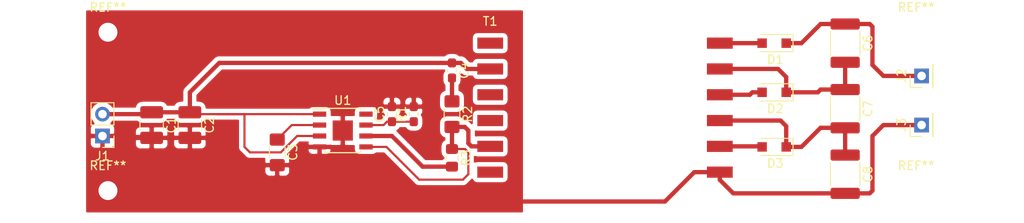
<source format=kicad_pcb>
(kicad_pcb (version 20171130) (host pcbnew "(5.0.1)-4")

  (general
    (thickness 1.6)
    (drawings 4)
    (tracks 87)
    (zones 0)
    (modules 23)
    (nets 15)
  )

  (page A4)
  (layers
    (0 F.Cu signal)
    (31 B.Cu signal)
    (32 B.Adhes user)
    (33 F.Adhes user)
    (34 B.Paste user)
    (35 F.Paste user)
    (36 B.SilkS user)
    (37 F.SilkS user)
    (38 B.Mask user)
    (39 F.Mask user)
    (40 Dwgs.User user)
    (41 Cmts.User user)
    (42 Eco1.User user)
    (43 Eco2.User user)
    (44 Edge.Cuts user)
    (45 Margin user)
    (46 B.CrtYd user)
    (47 F.CrtYd user)
    (48 B.Fab user)
    (49 F.Fab user)
  )

  (setup
    (last_trace_width 0.25)
    (trace_clearance 0.2)
    (zone_clearance 0.508)
    (zone_45_only no)
    (trace_min 0.2)
    (segment_width 0.2)
    (edge_width 0.15)
    (via_size 0.8)
    (via_drill 0.4)
    (via_min_size 0.4)
    (via_min_drill 0.3)
    (uvia_size 0.3)
    (uvia_drill 0.1)
    (uvias_allowed no)
    (uvia_min_size 0.2)
    (uvia_min_drill 0.1)
    (pcb_text_width 0.3)
    (pcb_text_size 1.5 1.5)
    (mod_edge_width 0.15)
    (mod_text_size 1 1)
    (mod_text_width 0.15)
    (pad_size 1.524 1.524)
    (pad_drill 0.762)
    (pad_to_mask_clearance 0.051)
    (solder_mask_min_width 0.25)
    (aux_axis_origin 0 0)
    (visible_elements FFFFFF7F)
    (pcbplotparams
      (layerselection 0x010fc_ffffffff)
      (usegerberextensions false)
      (usegerberattributes false)
      (usegerberadvancedattributes false)
      (creategerberjobfile false)
      (excludeedgelayer true)
      (linewidth 0.100000)
      (plotframeref false)
      (viasonmask false)
      (mode 1)
      (useauxorigin false)
      (hpglpennumber 1)
      (hpglpenspeed 20)
      (hpglpendiameter 15.000000)
      (psnegative false)
      (psa4output false)
      (plotreference true)
      (plotvalue true)
      (plotinvisibletext false)
      (padsonsilk false)
      (subtractmaskfromsilk false)
      (outputformat 1)
      (mirror false)
      (drillshape 1)
      (scaleselection 1)
      (outputdirectory ""))
  )

  (net 0 "")
  (net 1 GND)
  (net 2 "Net-(C1-Pad1)")
  (net 3 "Net-(C3-Pad1)")
  (net 4 "Net-(C4-Pad2)")
  (net 5 "Net-(C5-Pad1)")
  (net 6 "Net-(C6-Pad1)")
  (net 7 "Net-(C6-Pad2)")
  (net 8 "Net-(C7-Pad2)")
  (net 9 "Net-(D1-Pad2)")
  (net 10 "Net-(D2-Pad2)")
  (net 11 "Net-(D3-Pad2)")
  (net 12 "Net-(R2-Pad2)")
  (net 13 "Net-(R3-Pad2)")
  (net 14 "Net-(U1-Pad8)")

  (net_class Default "To jest domyślna klasa połączeń."
    (clearance 0.2)
    (trace_width 0.25)
    (via_dia 0.8)
    (via_drill 0.4)
    (uvia_dia 0.3)
    (uvia_drill 0.1)
    (add_net GND)
    (add_net "Net-(C1-Pad1)")
    (add_net "Net-(C3-Pad1)")
    (add_net "Net-(C4-Pad2)")
    (add_net "Net-(C5-Pad1)")
    (add_net "Net-(C6-Pad1)")
    (add_net "Net-(C6-Pad2)")
    (add_net "Net-(C7-Pad2)")
    (add_net "Net-(D1-Pad2)")
    (add_net "Net-(D2-Pad2)")
    (add_net "Net-(D3-Pad2)")
    (add_net "Net-(R2-Pad2)")
    (add_net "Net-(R3-Pad2)")
    (add_net "Net-(U1-Pad8)")
  )

  (module Capacitor_SMD:C_1210_3225Metric_Pad1.42x2.65mm_HandSolder (layer F.Cu) (tedit 5B301BBE) (tstamp 5F382148)
    (at 113.665 80.645 270)
    (descr "Capacitor SMD 1210 (3225 Metric), square (rectangular) end terminal, IPC_7351 nominal with elongated pad for handsoldering. (Body size source: http://www.tortai-tech.com/upload/download/2011102023233369053.pdf), generated with kicad-footprint-generator")
    (tags "capacitor handsolder")
    (path /5F35582F)
    (attr smd)
    (fp_text reference C1 (at 0 -2.28 270) (layer F.SilkS)
      (effects (font (size 1 1) (thickness 0.15)))
    )
    (fp_text value 10u/50V (at 0 2.28 270) (layer F.Fab)
      (effects (font (size 1 1) (thickness 0.15)))
    )
    (fp_text user %R (at 0 0 270) (layer F.Fab)
      (effects (font (size 0.8 0.8) (thickness 0.12)))
    )
    (fp_line (start 2.45 1.58) (end -2.45 1.58) (layer F.CrtYd) (width 0.05))
    (fp_line (start 2.45 -1.58) (end 2.45 1.58) (layer F.CrtYd) (width 0.05))
    (fp_line (start -2.45 -1.58) (end 2.45 -1.58) (layer F.CrtYd) (width 0.05))
    (fp_line (start -2.45 1.58) (end -2.45 -1.58) (layer F.CrtYd) (width 0.05))
    (fp_line (start -0.602064 1.36) (end 0.602064 1.36) (layer F.SilkS) (width 0.12))
    (fp_line (start -0.602064 -1.36) (end 0.602064 -1.36) (layer F.SilkS) (width 0.12))
    (fp_line (start 1.6 1.25) (end -1.6 1.25) (layer F.Fab) (width 0.1))
    (fp_line (start 1.6 -1.25) (end 1.6 1.25) (layer F.Fab) (width 0.1))
    (fp_line (start -1.6 -1.25) (end 1.6 -1.25) (layer F.Fab) (width 0.1))
    (fp_line (start -1.6 1.25) (end -1.6 -1.25) (layer F.Fab) (width 0.1))
    (pad 2 smd roundrect (at 1.4875 0 270) (size 1.425 2.65) (layers F.Cu F.Paste F.Mask) (roundrect_rratio 0.175439)
      (net 1 GND))
    (pad 1 smd roundrect (at -1.4875 0 270) (size 1.425 2.65) (layers F.Cu F.Paste F.Mask) (roundrect_rratio 0.175439)
      (net 2 "Net-(C1-Pad1)"))
    (model ${KISYS3DMOD}/Capacitor_SMD.3dshapes/C_1210_3225Metric.wrl
      (at (xyz 0 0 0))
      (scale (xyz 1 1 1))
      (rotate (xyz 0 0 0))
    )
  )

  (module Capacitor_SMD:C_1210_3225Metric_Pad1.42x2.65mm_HandSolder (layer F.Cu) (tedit 5B301BBE) (tstamp 5F382159)
    (at 118.11 80.645 270)
    (descr "Capacitor SMD 1210 (3225 Metric), square (rectangular) end terminal, IPC_7351 nominal with elongated pad for handsoldering. (Body size source: http://www.tortai-tech.com/upload/download/2011102023233369053.pdf), generated with kicad-footprint-generator")
    (tags "capacitor handsolder")
    (path /5F355871)
    (attr smd)
    (fp_text reference C2 (at 0 -2.28 270) (layer F.SilkS)
      (effects (font (size 1 1) (thickness 0.15)))
    )
    (fp_text value 10u/50V (at 0 2.28 270) (layer F.Fab)
      (effects (font (size 1 1) (thickness 0.15)))
    )
    (fp_line (start -1.6 1.25) (end -1.6 -1.25) (layer F.Fab) (width 0.1))
    (fp_line (start -1.6 -1.25) (end 1.6 -1.25) (layer F.Fab) (width 0.1))
    (fp_line (start 1.6 -1.25) (end 1.6 1.25) (layer F.Fab) (width 0.1))
    (fp_line (start 1.6 1.25) (end -1.6 1.25) (layer F.Fab) (width 0.1))
    (fp_line (start -0.602064 -1.36) (end 0.602064 -1.36) (layer F.SilkS) (width 0.12))
    (fp_line (start -0.602064 1.36) (end 0.602064 1.36) (layer F.SilkS) (width 0.12))
    (fp_line (start -2.45 1.58) (end -2.45 -1.58) (layer F.CrtYd) (width 0.05))
    (fp_line (start -2.45 -1.58) (end 2.45 -1.58) (layer F.CrtYd) (width 0.05))
    (fp_line (start 2.45 -1.58) (end 2.45 1.58) (layer F.CrtYd) (width 0.05))
    (fp_line (start 2.45 1.58) (end -2.45 1.58) (layer F.CrtYd) (width 0.05))
    (fp_text user %R (at 0 0 270) (layer F.Fab)
      (effects (font (size 0.8 0.8) (thickness 0.12)))
    )
    (pad 1 smd roundrect (at -1.4875 0 270) (size 1.425 2.65) (layers F.Cu F.Paste F.Mask) (roundrect_rratio 0.175439)
      (net 2 "Net-(C1-Pad1)"))
    (pad 2 smd roundrect (at 1.4875 0 270) (size 1.425 2.65) (layers F.Cu F.Paste F.Mask) (roundrect_rratio 0.175439)
      (net 1 GND))
    (model ${KISYS3DMOD}/Capacitor_SMD.3dshapes/C_1210_3225Metric.wrl
      (at (xyz 0 0 0))
      (scale (xyz 1 1 1))
      (rotate (xyz 0 0 0))
    )
  )

  (module Capacitor_SMD:C_1206_3216Metric_Pad1.42x1.75mm_HandSolder (layer F.Cu) (tedit 5B301BBE) (tstamp 5F38216A)
    (at 128.27 83.82 270)
    (descr "Capacitor SMD 1206 (3216 Metric), square (rectangular) end terminal, IPC_7351 nominal with elongated pad for handsoldering. (Body size source: http://www.tortai-tech.com/upload/download/2011102023233369053.pdf), generated with kicad-footprint-generator")
    (tags "capacitor handsolder")
    (path /5F3558A9)
    (attr smd)
    (fp_text reference C3 (at 0 -1.82 270) (layer F.SilkS)
      (effects (font (size 1 1) (thickness 0.15)))
    )
    (fp_text value 1u/25V (at 0 1.82 270) (layer F.Fab)
      (effects (font (size 1 1) (thickness 0.15)))
    )
    (fp_line (start -1.6 0.8) (end -1.6 -0.8) (layer F.Fab) (width 0.1))
    (fp_line (start -1.6 -0.8) (end 1.6 -0.8) (layer F.Fab) (width 0.1))
    (fp_line (start 1.6 -0.8) (end 1.6 0.8) (layer F.Fab) (width 0.1))
    (fp_line (start 1.6 0.8) (end -1.6 0.8) (layer F.Fab) (width 0.1))
    (fp_line (start -0.602064 -0.91) (end 0.602064 -0.91) (layer F.SilkS) (width 0.12))
    (fp_line (start -0.602064 0.91) (end 0.602064 0.91) (layer F.SilkS) (width 0.12))
    (fp_line (start -2.45 1.12) (end -2.45 -1.12) (layer F.CrtYd) (width 0.05))
    (fp_line (start -2.45 -1.12) (end 2.45 -1.12) (layer F.CrtYd) (width 0.05))
    (fp_line (start 2.45 -1.12) (end 2.45 1.12) (layer F.CrtYd) (width 0.05))
    (fp_line (start 2.45 1.12) (end -2.45 1.12) (layer F.CrtYd) (width 0.05))
    (fp_text user %R (at 0 0 270) (layer F.Fab)
      (effects (font (size 0.8 0.8) (thickness 0.12)))
    )
    (pad 1 smd roundrect (at -1.4875 0 270) (size 1.425 1.75) (layers F.Cu F.Paste F.Mask) (roundrect_rratio 0.175439)
      (net 3 "Net-(C3-Pad1)"))
    (pad 2 smd roundrect (at 1.4875 0 270) (size 1.425 1.75) (layers F.Cu F.Paste F.Mask) (roundrect_rratio 0.175439)
      (net 1 GND))
    (model ${KISYS3DMOD}/Capacitor_SMD.3dshapes/C_1206_3216Metric.wrl
      (at (xyz 0 0 0))
      (scale (xyz 1 1 1))
      (rotate (xyz 0 0 0))
    )
  )

  (module Capacitor_SMD:C_0603_1608Metric_Pad1.05x0.95mm_HandSolder (layer F.Cu) (tedit 5B301BBE) (tstamp 5F38217B)
    (at 148.59 74.295 270)
    (descr "Capacitor SMD 0603 (1608 Metric), square (rectangular) end terminal, IPC_7351 nominal with elongated pad for handsoldering. (Body size source: http://www.tortai-tech.com/upload/download/2011102023233369053.pdf), generated with kicad-footprint-generator")
    (tags "capacitor handsolder")
    (path /5F355AD7)
    (attr smd)
    (fp_text reference C4 (at 0 -1.43 270) (layer F.SilkS)
      (effects (font (size 1 1) (thickness 0.15)))
    )
    (fp_text value 270p (at 0 1.43 270) (layer F.Fab)
      (effects (font (size 1 1) (thickness 0.15)))
    )
    (fp_line (start -0.8 0.4) (end -0.8 -0.4) (layer F.Fab) (width 0.1))
    (fp_line (start -0.8 -0.4) (end 0.8 -0.4) (layer F.Fab) (width 0.1))
    (fp_line (start 0.8 -0.4) (end 0.8 0.4) (layer F.Fab) (width 0.1))
    (fp_line (start 0.8 0.4) (end -0.8 0.4) (layer F.Fab) (width 0.1))
    (fp_line (start -0.171267 -0.51) (end 0.171267 -0.51) (layer F.SilkS) (width 0.12))
    (fp_line (start -0.171267 0.51) (end 0.171267 0.51) (layer F.SilkS) (width 0.12))
    (fp_line (start -1.65 0.73) (end -1.65 -0.73) (layer F.CrtYd) (width 0.05))
    (fp_line (start -1.65 -0.73) (end 1.65 -0.73) (layer F.CrtYd) (width 0.05))
    (fp_line (start 1.65 -0.73) (end 1.65 0.73) (layer F.CrtYd) (width 0.05))
    (fp_line (start 1.65 0.73) (end -1.65 0.73) (layer F.CrtYd) (width 0.05))
    (fp_text user %R (at 0 0 270) (layer F.Fab)
      (effects (font (size 0.4 0.4) (thickness 0.06)))
    )
    (pad 1 smd roundrect (at -0.875 0 270) (size 1.05 0.95) (layers F.Cu F.Paste F.Mask) (roundrect_rratio 0.25)
      (net 2 "Net-(C1-Pad1)"))
    (pad 2 smd roundrect (at 0.875 0 270) (size 1.05 0.95) (layers F.Cu F.Paste F.Mask) (roundrect_rratio 0.25)
      (net 4 "Net-(C4-Pad2)"))
    (model ${KISYS3DMOD}/Capacitor_SMD.3dshapes/C_0603_1608Metric.wrl
      (at (xyz 0 0 0))
      (scale (xyz 1 1 1))
      (rotate (xyz 0 0 0))
    )
  )

  (module Capacitor_SMD:C_0603_1608Metric_Pad1.05x0.95mm_HandSolder (layer F.Cu) (tedit 5B301BBE) (tstamp 5F38218C)
    (at 141.605 79.375 90)
    (descr "Capacitor SMD 0603 (1608 Metric), square (rectangular) end terminal, IPC_7351 nominal with elongated pad for handsoldering. (Body size source: http://www.tortai-tech.com/upload/download/2011102023233369053.pdf), generated with kicad-footprint-generator")
    (tags "capacitor handsolder")
    (path /5F355983)
    (attr smd)
    (fp_text reference C5 (at 0 -1.43 90) (layer F.SilkS)
      (effects (font (size 1 1) (thickness 0.15)))
    )
    (fp_text value 10p (at 0 1.43 90) (layer F.Fab)
      (effects (font (size 1 1) (thickness 0.15)))
    )
    (fp_text user %R (at 0 0 90) (layer F.Fab)
      (effects (font (size 0.4 0.4) (thickness 0.06)))
    )
    (fp_line (start 1.65 0.73) (end -1.65 0.73) (layer F.CrtYd) (width 0.05))
    (fp_line (start 1.65 -0.73) (end 1.65 0.73) (layer F.CrtYd) (width 0.05))
    (fp_line (start -1.65 -0.73) (end 1.65 -0.73) (layer F.CrtYd) (width 0.05))
    (fp_line (start -1.65 0.73) (end -1.65 -0.73) (layer F.CrtYd) (width 0.05))
    (fp_line (start -0.171267 0.51) (end 0.171267 0.51) (layer F.SilkS) (width 0.12))
    (fp_line (start -0.171267 -0.51) (end 0.171267 -0.51) (layer F.SilkS) (width 0.12))
    (fp_line (start 0.8 0.4) (end -0.8 0.4) (layer F.Fab) (width 0.1))
    (fp_line (start 0.8 -0.4) (end 0.8 0.4) (layer F.Fab) (width 0.1))
    (fp_line (start -0.8 -0.4) (end 0.8 -0.4) (layer F.Fab) (width 0.1))
    (fp_line (start -0.8 0.4) (end -0.8 -0.4) (layer F.Fab) (width 0.1))
    (pad 2 smd roundrect (at 0.875 0 90) (size 1.05 0.95) (layers F.Cu F.Paste F.Mask) (roundrect_rratio 0.25)
      (net 1 GND))
    (pad 1 smd roundrect (at -0.875 0 90) (size 1.05 0.95) (layers F.Cu F.Paste F.Mask) (roundrect_rratio 0.25)
      (net 5 "Net-(C5-Pad1)"))
    (model ${KISYS3DMOD}/Capacitor_SMD.3dshapes/C_0603_1608Metric.wrl
      (at (xyz 0 0 0))
      (scale (xyz 1 1 1))
      (rotate (xyz 0 0 0))
    )
  )

  (module Capacitor_SMD:C_1812_4532Metric_Pad1.30x3.40mm_HandSolder (layer F.Cu) (tedit 5B301BBE) (tstamp 5F38219D)
    (at 194.31 71.12 270)
    (descr "Capacitor SMD 1812 (4532 Metric), square (rectangular) end terminal, IPC_7351 nominal with elongated pad for handsoldering. (Body size source: https://www.nikhef.nl/pub/departments/mt/projects/detectorR_D/dtddice/ERJ2G.pdf), generated with kicad-footprint-generator")
    (tags "capacitor handsolder")
    (path /5F35A1B3)
    (attr smd)
    (fp_text reference C6 (at 0 -2.65 270) (layer F.SilkS)
      (effects (font (size 1 1) (thickness 0.15)))
    )
    (fp_text value 0.22u/630V (at 0 2.65 270) (layer F.Fab)
      (effects (font (size 1 1) (thickness 0.15)))
    )
    (fp_line (start -2.25 1.6) (end -2.25 -1.6) (layer F.Fab) (width 0.1))
    (fp_line (start -2.25 -1.6) (end 2.25 -1.6) (layer F.Fab) (width 0.1))
    (fp_line (start 2.25 -1.6) (end 2.25 1.6) (layer F.Fab) (width 0.1))
    (fp_line (start 2.25 1.6) (end -2.25 1.6) (layer F.Fab) (width 0.1))
    (fp_line (start -1.386252 -1.71) (end 1.386252 -1.71) (layer F.SilkS) (width 0.12))
    (fp_line (start -1.386252 1.71) (end 1.386252 1.71) (layer F.SilkS) (width 0.12))
    (fp_line (start -3.12 1.95) (end -3.12 -1.95) (layer F.CrtYd) (width 0.05))
    (fp_line (start -3.12 -1.95) (end 3.12 -1.95) (layer F.CrtYd) (width 0.05))
    (fp_line (start 3.12 -1.95) (end 3.12 1.95) (layer F.CrtYd) (width 0.05))
    (fp_line (start 3.12 1.95) (end -3.12 1.95) (layer F.CrtYd) (width 0.05))
    (fp_text user %R (at 0 0 270) (layer F.Fab)
      (effects (font (size 1 1) (thickness 0.15)))
    )
    (pad 1 smd roundrect (at -2.225 0 270) (size 1.3 3.4) (layers F.Cu F.Paste F.Mask) (roundrect_rratio 0.192308)
      (net 6 "Net-(C6-Pad1)"))
    (pad 2 smd roundrect (at 2.225 0 270) (size 1.3 3.4) (layers F.Cu F.Paste F.Mask) (roundrect_rratio 0.192308)
      (net 7 "Net-(C6-Pad2)"))
    (model ${KISYS3DMOD}/Capacitor_SMD.3dshapes/C_1812_4532Metric.wrl
      (at (xyz 0 0 0))
      (scale (xyz 1 1 1))
      (rotate (xyz 0 0 0))
    )
  )

  (module Capacitor_SMD:C_1812_4532Metric_Pad1.30x3.40mm_HandSolder (layer F.Cu) (tedit 5B301BBE) (tstamp 5F3821AE)
    (at 194.31 78.74 270)
    (descr "Capacitor SMD 1812 (4532 Metric), square (rectangular) end terminal, IPC_7351 nominal with elongated pad for handsoldering. (Body size source: https://www.nikhef.nl/pub/departments/mt/projects/detectorR_D/dtddice/ERJ2G.pdf), generated with kicad-footprint-generator")
    (tags "capacitor handsolder")
    (path /5F35A16B)
    (attr smd)
    (fp_text reference C7 (at 0 -2.65 270) (layer F.SilkS)
      (effects (font (size 1 1) (thickness 0.15)))
    )
    (fp_text value 0.22u/630V (at 0 2.65 270) (layer F.Fab)
      (effects (font (size 1 1) (thickness 0.15)))
    )
    (fp_text user %R (at 0 0 270) (layer F.Fab)
      (effects (font (size 1 1) (thickness 0.15)))
    )
    (fp_line (start 3.12 1.95) (end -3.12 1.95) (layer F.CrtYd) (width 0.05))
    (fp_line (start 3.12 -1.95) (end 3.12 1.95) (layer F.CrtYd) (width 0.05))
    (fp_line (start -3.12 -1.95) (end 3.12 -1.95) (layer F.CrtYd) (width 0.05))
    (fp_line (start -3.12 1.95) (end -3.12 -1.95) (layer F.CrtYd) (width 0.05))
    (fp_line (start -1.386252 1.71) (end 1.386252 1.71) (layer F.SilkS) (width 0.12))
    (fp_line (start -1.386252 -1.71) (end 1.386252 -1.71) (layer F.SilkS) (width 0.12))
    (fp_line (start 2.25 1.6) (end -2.25 1.6) (layer F.Fab) (width 0.1))
    (fp_line (start 2.25 -1.6) (end 2.25 1.6) (layer F.Fab) (width 0.1))
    (fp_line (start -2.25 -1.6) (end 2.25 -1.6) (layer F.Fab) (width 0.1))
    (fp_line (start -2.25 1.6) (end -2.25 -1.6) (layer F.Fab) (width 0.1))
    (pad 2 smd roundrect (at 2.225 0 270) (size 1.3 3.4) (layers F.Cu F.Paste F.Mask) (roundrect_rratio 0.192308)
      (net 8 "Net-(C7-Pad2)"))
    (pad 1 smd roundrect (at -2.225 0 270) (size 1.3 3.4) (layers F.Cu F.Paste F.Mask) (roundrect_rratio 0.192308)
      (net 7 "Net-(C6-Pad2)"))
    (model ${KISYS3DMOD}/Capacitor_SMD.3dshapes/C_1812_4532Metric.wrl
      (at (xyz 0 0 0))
      (scale (xyz 1 1 1))
      (rotate (xyz 0 0 0))
    )
  )

  (module Capacitor_SMD:C_1812_4532Metric_Pad1.30x3.40mm_HandSolder (layer F.Cu) (tedit 5B301BBE) (tstamp 5F3821BF)
    (at 194.31 86.36 270)
    (descr "Capacitor SMD 1812 (4532 Metric), square (rectangular) end terminal, IPC_7351 nominal with elongated pad for handsoldering. (Body size source: https://www.nikhef.nl/pub/departments/mt/projects/detectorR_D/dtddice/ERJ2G.pdf), generated with kicad-footprint-generator")
    (tags "capacitor handsolder")
    (path /5F35A111)
    (attr smd)
    (fp_text reference C8 (at 0 -2.65 270) (layer F.SilkS)
      (effects (font (size 1 1) (thickness 0.15)))
    )
    (fp_text value 0.22u/630V (at 0 2.65 270) (layer F.Fab)
      (effects (font (size 1 1) (thickness 0.15)))
    )
    (fp_line (start -2.25 1.6) (end -2.25 -1.6) (layer F.Fab) (width 0.1))
    (fp_line (start -2.25 -1.6) (end 2.25 -1.6) (layer F.Fab) (width 0.1))
    (fp_line (start 2.25 -1.6) (end 2.25 1.6) (layer F.Fab) (width 0.1))
    (fp_line (start 2.25 1.6) (end -2.25 1.6) (layer F.Fab) (width 0.1))
    (fp_line (start -1.386252 -1.71) (end 1.386252 -1.71) (layer F.SilkS) (width 0.12))
    (fp_line (start -1.386252 1.71) (end 1.386252 1.71) (layer F.SilkS) (width 0.12))
    (fp_line (start -3.12 1.95) (end -3.12 -1.95) (layer F.CrtYd) (width 0.05))
    (fp_line (start -3.12 -1.95) (end 3.12 -1.95) (layer F.CrtYd) (width 0.05))
    (fp_line (start 3.12 -1.95) (end 3.12 1.95) (layer F.CrtYd) (width 0.05))
    (fp_line (start 3.12 1.95) (end -3.12 1.95) (layer F.CrtYd) (width 0.05))
    (fp_text user %R (at 0 0 270) (layer F.Fab)
      (effects (font (size 1 1) (thickness 0.15)))
    )
    (pad 1 smd roundrect (at -2.225 0 270) (size 1.3 3.4) (layers F.Cu F.Paste F.Mask) (roundrect_rratio 0.192308)
      (net 8 "Net-(C7-Pad2)"))
    (pad 2 smd roundrect (at 2.225 0 270) (size 1.3 3.4) (layers F.Cu F.Paste F.Mask) (roundrect_rratio 0.192308)
      (net 1 GND))
    (model ${KISYS3DMOD}/Capacitor_SMD.3dshapes/C_1812_4532Metric.wrl
      (at (xyz 0 0 0))
      (scale (xyz 1 1 1))
      (rotate (xyz 0 0 0))
    )
  )

  (module Diode_SMD:D_SOD-123F (layer F.Cu) (tedit 587F7769) (tstamp 5F3821D8)
    (at 186.055 71.12 180)
    (descr D_SOD-123F)
    (tags D_SOD-123F)
    (path /5F359FB2)
    (attr smd)
    (fp_text reference D1 (at -0.127 -1.905 180) (layer F.SilkS)
      (effects (font (size 1 1) (thickness 0.15)))
    )
    (fp_text value CMMR1U-08 (at 0 2.1 180) (layer F.Fab)
      (effects (font (size 1 1) (thickness 0.15)))
    )
    (fp_text user %R (at -0.127 -1.905 180) (layer F.Fab)
      (effects (font (size 1 1) (thickness 0.15)))
    )
    (fp_line (start -2.2 -1) (end -2.2 1) (layer F.SilkS) (width 0.12))
    (fp_line (start 0.25 0) (end 0.75 0) (layer F.Fab) (width 0.1))
    (fp_line (start 0.25 0.4) (end -0.35 0) (layer F.Fab) (width 0.1))
    (fp_line (start 0.25 -0.4) (end 0.25 0.4) (layer F.Fab) (width 0.1))
    (fp_line (start -0.35 0) (end 0.25 -0.4) (layer F.Fab) (width 0.1))
    (fp_line (start -0.35 0) (end -0.35 0.55) (layer F.Fab) (width 0.1))
    (fp_line (start -0.35 0) (end -0.35 -0.55) (layer F.Fab) (width 0.1))
    (fp_line (start -0.75 0) (end -0.35 0) (layer F.Fab) (width 0.1))
    (fp_line (start -1.4 0.9) (end -1.4 -0.9) (layer F.Fab) (width 0.1))
    (fp_line (start 1.4 0.9) (end -1.4 0.9) (layer F.Fab) (width 0.1))
    (fp_line (start 1.4 -0.9) (end 1.4 0.9) (layer F.Fab) (width 0.1))
    (fp_line (start -1.4 -0.9) (end 1.4 -0.9) (layer F.Fab) (width 0.1))
    (fp_line (start -2.2 -1.15) (end 2.2 -1.15) (layer F.CrtYd) (width 0.05))
    (fp_line (start 2.2 -1.15) (end 2.2 1.15) (layer F.CrtYd) (width 0.05))
    (fp_line (start 2.2 1.15) (end -2.2 1.15) (layer F.CrtYd) (width 0.05))
    (fp_line (start -2.2 -1.15) (end -2.2 1.15) (layer F.CrtYd) (width 0.05))
    (fp_line (start -2.2 1) (end 1.65 1) (layer F.SilkS) (width 0.12))
    (fp_line (start -2.2 -1) (end 1.65 -1) (layer F.SilkS) (width 0.12))
    (pad 1 smd rect (at -1.4 0 180) (size 1.1 1.1) (layers F.Cu F.Paste F.Mask)
      (net 6 "Net-(C6-Pad1)"))
    (pad 2 smd rect (at 1.4 0 180) (size 1.1 1.1) (layers F.Cu F.Paste F.Mask)
      (net 9 "Net-(D1-Pad2)"))
    (model ${KISYS3DMOD}/Diode_SMD.3dshapes/D_SOD-123F.wrl
      (at (xyz 0 0 0))
      (scale (xyz 1 1 1))
      (rotate (xyz 0 0 0))
    )
  )

  (module Diode_SMD:D_SOD-123F (layer F.Cu) (tedit 5F3A6C1D) (tstamp 5F3821F1)
    (at 186.055 76.835 180)
    (descr D_SOD-123F)
    (tags D_SOD-123F)
    (path /5F35A028)
    (attr smd)
    (fp_text reference D2 (at -0.127 -1.905 180) (layer F.SilkS)
      (effects (font (size 1 1) (thickness 0.15)))
    )
    (fp_text value CMMR1U-08 (at 0 2.1 180) (layer F.Fab)
      (effects (font (size 1 1) (thickness 0.15)))
    )
    (fp_line (start -2.2 -1) (end 1.65 -1) (layer F.SilkS) (width 0.12))
    (fp_line (start -2.2 1) (end 1.65 1) (layer F.SilkS) (width 0.12))
    (fp_line (start -2.2 -1.15) (end -2.2 1.15) (layer F.CrtYd) (width 0.05))
    (fp_line (start 2.2 1.15) (end -2.2 1.15) (layer F.CrtYd) (width 0.05))
    (fp_line (start 2.2 -1.15) (end 2.2 1.15) (layer F.CrtYd) (width 0.05))
    (fp_line (start -2.2 -1.15) (end 2.2 -1.15) (layer F.CrtYd) (width 0.05))
    (fp_line (start -1.4 -0.9) (end 1.4 -0.9) (layer F.Fab) (width 0.1))
    (fp_line (start 1.4 -0.9) (end 1.4 0.9) (layer F.Fab) (width 0.1))
    (fp_line (start 1.4 0.9) (end -1.4 0.9) (layer F.Fab) (width 0.1))
    (fp_line (start -1.4 0.9) (end -1.4 -0.9) (layer F.Fab) (width 0.1))
    (fp_line (start -0.75 0) (end -0.35 0) (layer F.Fab) (width 0.1))
    (fp_line (start -0.35 0) (end -0.35 -0.55) (layer F.Fab) (width 0.1))
    (fp_line (start -0.35 0) (end -0.35 0.55) (layer F.Fab) (width 0.1))
    (fp_line (start -0.35 0) (end 0.25 -0.4) (layer F.Fab) (width 0.1))
    (fp_line (start 0.25 -0.4) (end 0.25 0.4) (layer F.Fab) (width 0.1))
    (fp_line (start 0.25 0.4) (end -0.35 0) (layer F.Fab) (width 0.1))
    (fp_line (start 0.25 0) (end 0.75 0) (layer F.Fab) (width 0.1))
    (fp_line (start -2.2 -1) (end -2.2 1) (layer F.SilkS) (width 0.12))
    (fp_text user %R (at -0.127 -1.905 180) (layer F.Fab)
      (effects (font (size 1 1) (thickness 0.15)))
    )
    (pad 2 smd rect (at 1.4 0 180) (size 1.1 1.1) (layers F.Cu F.Paste F.Mask)
      (net 10 "Net-(D2-Pad2)"))
    (pad 1 smd rect (at -1.4 0 180) (size 1.1 1.1) (layers F.Cu F.Paste F.Mask)
      (net 7 "Net-(C6-Pad2)"))
    (model ${KISYS3DMOD}/Diode_SMD.3dshapes/D_SOD-123F.wrl
      (at (xyz 0 0 0))
      (scale (xyz 1 1 1))
      (rotate (xyz 0 0 0))
    )
  )

  (module Diode_SMD:D_SOD-123F (layer F.Cu) (tedit 587F7769) (tstamp 5F38220A)
    (at 186.055 83.185 180)
    (descr D_SOD-123F)
    (tags D_SOD-123F)
    (path /5F35A0A2)
    (attr smd)
    (fp_text reference D3 (at -0.127 -1.905 180) (layer F.SilkS)
      (effects (font (size 1 1) (thickness 0.15)))
    )
    (fp_text value CMMR1U-08 (at 0 2.1 180) (layer F.Fab)
      (effects (font (size 1 1) (thickness 0.15)))
    )
    (fp_text user %R (at -0.127 -1.905 180) (layer F.Fab)
      (effects (font (size 1 1) (thickness 0.15)))
    )
    (fp_line (start -2.2 -1) (end -2.2 1) (layer F.SilkS) (width 0.12))
    (fp_line (start 0.25 0) (end 0.75 0) (layer F.Fab) (width 0.1))
    (fp_line (start 0.25 0.4) (end -0.35 0) (layer F.Fab) (width 0.1))
    (fp_line (start 0.25 -0.4) (end 0.25 0.4) (layer F.Fab) (width 0.1))
    (fp_line (start -0.35 0) (end 0.25 -0.4) (layer F.Fab) (width 0.1))
    (fp_line (start -0.35 0) (end -0.35 0.55) (layer F.Fab) (width 0.1))
    (fp_line (start -0.35 0) (end -0.35 -0.55) (layer F.Fab) (width 0.1))
    (fp_line (start -0.75 0) (end -0.35 0) (layer F.Fab) (width 0.1))
    (fp_line (start -1.4 0.9) (end -1.4 -0.9) (layer F.Fab) (width 0.1))
    (fp_line (start 1.4 0.9) (end -1.4 0.9) (layer F.Fab) (width 0.1))
    (fp_line (start 1.4 -0.9) (end 1.4 0.9) (layer F.Fab) (width 0.1))
    (fp_line (start -1.4 -0.9) (end 1.4 -0.9) (layer F.Fab) (width 0.1))
    (fp_line (start -2.2 -1.15) (end 2.2 -1.15) (layer F.CrtYd) (width 0.05))
    (fp_line (start 2.2 -1.15) (end 2.2 1.15) (layer F.CrtYd) (width 0.05))
    (fp_line (start 2.2 1.15) (end -2.2 1.15) (layer F.CrtYd) (width 0.05))
    (fp_line (start -2.2 -1.15) (end -2.2 1.15) (layer F.CrtYd) (width 0.05))
    (fp_line (start -2.2 1) (end 1.65 1) (layer F.SilkS) (width 0.12))
    (fp_line (start -2.2 -1) (end 1.65 -1) (layer F.SilkS) (width 0.12))
    (pad 1 smd rect (at -1.4 0 180) (size 1.1 1.1) (layers F.Cu F.Paste F.Mask)
      (net 8 "Net-(C7-Pad2)"))
    (pad 2 smd rect (at 1.4 0 180) (size 1.1 1.1) (layers F.Cu F.Paste F.Mask)
      (net 11 "Net-(D3-Pad2)"))
    (model ${KISYS3DMOD}/Diode_SMD.3dshapes/D_SOD-123F.wrl
      (at (xyz 0 0 0))
      (scale (xyz 1 1 1))
      (rotate (xyz 0 0 0))
    )
  )

  (module Connector_PinHeader_2.54mm:PinHeader_1x02_P2.54mm_Vertical (layer F.Cu) (tedit 59FED5CC) (tstamp 5F382220)
    (at 107.95 81.915 180)
    (descr "Through hole straight pin header, 1x02, 2.54mm pitch, single row")
    (tags "Through hole pin header THT 1x02 2.54mm single row")
    (path /5F3603F8)
    (fp_text reference J1 (at 0 -2.33 180) (layer F.SilkS)
      (effects (font (size 1 1) (thickness 0.15)))
    )
    (fp_text value Screw_Terminal_01x02 (at 0 4.87 180) (layer F.Fab)
      (effects (font (size 1 1) (thickness 0.15)))
    )
    (fp_line (start -0.635 -1.27) (end 1.27 -1.27) (layer F.Fab) (width 0.1))
    (fp_line (start 1.27 -1.27) (end 1.27 3.81) (layer F.Fab) (width 0.1))
    (fp_line (start 1.27 3.81) (end -1.27 3.81) (layer F.Fab) (width 0.1))
    (fp_line (start -1.27 3.81) (end -1.27 -0.635) (layer F.Fab) (width 0.1))
    (fp_line (start -1.27 -0.635) (end -0.635 -1.27) (layer F.Fab) (width 0.1))
    (fp_line (start -1.33 3.87) (end 1.33 3.87) (layer F.SilkS) (width 0.12))
    (fp_line (start -1.33 1.27) (end -1.33 3.87) (layer F.SilkS) (width 0.12))
    (fp_line (start 1.33 1.27) (end 1.33 3.87) (layer F.SilkS) (width 0.12))
    (fp_line (start -1.33 1.27) (end 1.33 1.27) (layer F.SilkS) (width 0.12))
    (fp_line (start -1.33 0) (end -1.33 -1.33) (layer F.SilkS) (width 0.12))
    (fp_line (start -1.33 -1.33) (end 0 -1.33) (layer F.SilkS) (width 0.12))
    (fp_line (start -1.8 -1.8) (end -1.8 4.35) (layer F.CrtYd) (width 0.05))
    (fp_line (start -1.8 4.35) (end 1.8 4.35) (layer F.CrtYd) (width 0.05))
    (fp_line (start 1.8 4.35) (end 1.8 -1.8) (layer F.CrtYd) (width 0.05))
    (fp_line (start 1.8 -1.8) (end -1.8 -1.8) (layer F.CrtYd) (width 0.05))
    (fp_text user %R (at 0 1.27 270) (layer F.Fab)
      (effects (font (size 1 1) (thickness 0.15)))
    )
    (pad 1 thru_hole rect (at 0 0 180) (size 1.7 1.7) (drill 1) (layers *.Cu *.Mask)
      (net 1 GND))
    (pad 2 thru_hole oval (at 0 2.54 180) (size 1.7 1.7) (drill 1) (layers *.Cu *.Mask)
      (net 2 "Net-(C1-Pad1)"))
    (model ${KISYS3DMOD}/Connector_PinHeader_2.54mm.3dshapes/PinHeader_1x02_P2.54mm_Vertical.wrl
      (at (xyz 0 0 0))
      (scale (xyz 1 1 1))
      (rotate (xyz 0 0 0))
    )
  )

  (module Connector_PinHeader_2.54mm:PinHeader_1x01_P2.54mm_Vertical (layer F.Cu) (tedit 59FED5CC) (tstamp 5F382235)
    (at 203.2 74.93 90)
    (descr "Through hole straight pin header, 1x01, 2.54mm pitch, single row")
    (tags "Through hole pin header THT 1x01 2.54mm single row")
    (path /5F364949)
    (fp_text reference J2 (at 0 -2.33 90) (layer F.SilkS)
      (effects (font (size 1 1) (thickness 0.15)))
    )
    (fp_text value Screw_Terminal_01x01 (at 0 2.33 90) (layer F.Fab)
      (effects (font (size 1 1) (thickness 0.15)))
    )
    (fp_line (start -0.635 -1.27) (end 1.27 -1.27) (layer F.Fab) (width 0.1))
    (fp_line (start 1.27 -1.27) (end 1.27 1.27) (layer F.Fab) (width 0.1))
    (fp_line (start 1.27 1.27) (end -1.27 1.27) (layer F.Fab) (width 0.1))
    (fp_line (start -1.27 1.27) (end -1.27 -0.635) (layer F.Fab) (width 0.1))
    (fp_line (start -1.27 -0.635) (end -0.635 -1.27) (layer F.Fab) (width 0.1))
    (fp_line (start -1.33 1.33) (end 1.33 1.33) (layer F.SilkS) (width 0.12))
    (fp_line (start -1.33 1.27) (end -1.33 1.33) (layer F.SilkS) (width 0.12))
    (fp_line (start 1.33 1.27) (end 1.33 1.33) (layer F.SilkS) (width 0.12))
    (fp_line (start -1.33 1.27) (end 1.33 1.27) (layer F.SilkS) (width 0.12))
    (fp_line (start -1.33 0) (end -1.33 -1.33) (layer F.SilkS) (width 0.12))
    (fp_line (start -1.33 -1.33) (end 0 -1.33) (layer F.SilkS) (width 0.12))
    (fp_line (start -1.8 -1.8) (end -1.8 1.8) (layer F.CrtYd) (width 0.05))
    (fp_line (start -1.8 1.8) (end 1.8 1.8) (layer F.CrtYd) (width 0.05))
    (fp_line (start 1.8 1.8) (end 1.8 -1.8) (layer F.CrtYd) (width 0.05))
    (fp_line (start 1.8 -1.8) (end -1.8 -1.8) (layer F.CrtYd) (width 0.05))
    (fp_text user %R (at 0 0 180) (layer F.Fab)
      (effects (font (size 1 1) (thickness 0.15)))
    )
    (pad 1 thru_hole rect (at 0 0 90) (size 1.7 1.7) (drill 1) (layers *.Cu *.Mask)
      (net 6 "Net-(C6-Pad1)"))
    (model ${KISYS3DMOD}/Connector_PinHeader_2.54mm.3dshapes/PinHeader_1x01_P2.54mm_Vertical.wrl
      (at (xyz 0 0 0))
      (scale (xyz 1 1 1))
      (rotate (xyz 0 0 0))
    )
  )

  (module Connector_PinHeader_2.54mm:PinHeader_1x01_P2.54mm_Vertical (layer F.Cu) (tedit 59FED5CC) (tstamp 5F38224A)
    (at 203.2 80.645 90)
    (descr "Through hole straight pin header, 1x01, 2.54mm pitch, single row")
    (tags "Through hole pin header THT 1x01 2.54mm single row")
    (path /5F364A73)
    (fp_text reference J3 (at 0 -2.33 90) (layer F.SilkS)
      (effects (font (size 1 1) (thickness 0.15)))
    )
    (fp_text value Screw_Terminal_01x01 (at 0 2.33 90) (layer F.Fab)
      (effects (font (size 1 1) (thickness 0.15)))
    )
    (fp_line (start -0.635 -1.27) (end 1.27 -1.27) (layer F.Fab) (width 0.1))
    (fp_line (start 1.27 -1.27) (end 1.27 1.27) (layer F.Fab) (width 0.1))
    (fp_line (start 1.27 1.27) (end -1.27 1.27) (layer F.Fab) (width 0.1))
    (fp_line (start -1.27 1.27) (end -1.27 -0.635) (layer F.Fab) (width 0.1))
    (fp_line (start -1.27 -0.635) (end -0.635 -1.27) (layer F.Fab) (width 0.1))
    (fp_line (start -1.33 1.33) (end 1.33 1.33) (layer F.SilkS) (width 0.12))
    (fp_line (start -1.33 1.27) (end -1.33 1.33) (layer F.SilkS) (width 0.12))
    (fp_line (start 1.33 1.27) (end 1.33 1.33) (layer F.SilkS) (width 0.12))
    (fp_line (start -1.33 1.27) (end 1.33 1.27) (layer F.SilkS) (width 0.12))
    (fp_line (start -1.33 0) (end -1.33 -1.33) (layer F.SilkS) (width 0.12))
    (fp_line (start -1.33 -1.33) (end 0 -1.33) (layer F.SilkS) (width 0.12))
    (fp_line (start -1.8 -1.8) (end -1.8 1.8) (layer F.CrtYd) (width 0.05))
    (fp_line (start -1.8 1.8) (end 1.8 1.8) (layer F.CrtYd) (width 0.05))
    (fp_line (start 1.8 1.8) (end 1.8 -1.8) (layer F.CrtYd) (width 0.05))
    (fp_line (start 1.8 -1.8) (end -1.8 -1.8) (layer F.CrtYd) (width 0.05))
    (fp_text user %R (at 0 0 180) (layer F.Fab)
      (effects (font (size 1 1) (thickness 0.15)))
    )
    (pad 1 thru_hole rect (at 0 0 90) (size 1.7 1.7) (drill 1) (layers *.Cu *.Mask)
      (net 1 GND))
    (model ${KISYS3DMOD}/Connector_PinHeader_2.54mm.3dshapes/PinHeader_1x01_P2.54mm_Vertical.wrl
      (at (xyz 0 0 0))
      (scale (xyz 1 1 1))
      (rotate (xyz 0 0 0))
    )
  )

  (module Resistor_SMD:R_0603_1608Metric_Pad1.05x0.95mm_HandSolder (layer F.Cu) (tedit 5B301BBD) (tstamp 5F38225B)
    (at 144.145 79.375 90)
    (descr "Resistor SMD 0603 (1608 Metric), square (rectangular) end terminal, IPC_7351 nominal with elongated pad for handsoldering. (Body size source: http://www.tortai-tech.com/upload/download/2011102023233369053.pdf), generated with kicad-footprint-generator")
    (tags "resistor handsolder")
    (path /5F3559CA)
    (attr smd)
    (fp_text reference R1 (at 0 -1.43 90) (layer F.SilkS)
      (effects (font (size 1 1) (thickness 0.15)))
    )
    (fp_text value 10k (at 0 1.43 90) (layer F.Fab)
      (effects (font (size 1 1) (thickness 0.15)))
    )
    (fp_line (start -0.8 0.4) (end -0.8 -0.4) (layer F.Fab) (width 0.1))
    (fp_line (start -0.8 -0.4) (end 0.8 -0.4) (layer F.Fab) (width 0.1))
    (fp_line (start 0.8 -0.4) (end 0.8 0.4) (layer F.Fab) (width 0.1))
    (fp_line (start 0.8 0.4) (end -0.8 0.4) (layer F.Fab) (width 0.1))
    (fp_line (start -0.171267 -0.51) (end 0.171267 -0.51) (layer F.SilkS) (width 0.12))
    (fp_line (start -0.171267 0.51) (end 0.171267 0.51) (layer F.SilkS) (width 0.12))
    (fp_line (start -1.65 0.73) (end -1.65 -0.73) (layer F.CrtYd) (width 0.05))
    (fp_line (start -1.65 -0.73) (end 1.65 -0.73) (layer F.CrtYd) (width 0.05))
    (fp_line (start 1.65 -0.73) (end 1.65 0.73) (layer F.CrtYd) (width 0.05))
    (fp_line (start 1.65 0.73) (end -1.65 0.73) (layer F.CrtYd) (width 0.05))
    (fp_text user %R (at 0 0 90) (layer F.Fab)
      (effects (font (size 0.4 0.4) (thickness 0.06)))
    )
    (pad 1 smd roundrect (at -0.875 0 90) (size 1.05 0.95) (layers F.Cu F.Paste F.Mask) (roundrect_rratio 0.25)
      (net 5 "Net-(C5-Pad1)"))
    (pad 2 smd roundrect (at 0.875 0 90) (size 1.05 0.95) (layers F.Cu F.Paste F.Mask) (roundrect_rratio 0.25)
      (net 1 GND))
    (model ${KISYS3DMOD}/Resistor_SMD.3dshapes/R_0603_1608Metric.wrl
      (at (xyz 0 0 0))
      (scale (xyz 1 1 1))
      (rotate (xyz 0 0 0))
    )
  )

  (module Resistor_SMD:R_1206_3216Metric_Pad1.42x1.75mm_HandSolder (layer F.Cu) (tedit 5B301BBD) (tstamp 5F38226C)
    (at 148.59 79.375 270)
    (descr "Resistor SMD 1206 (3216 Metric), square (rectangular) end terminal, IPC_7351 nominal with elongated pad for handsoldering. (Body size source: http://www.tortai-tech.com/upload/download/2011102023233369053.pdf), generated with kicad-footprint-generator")
    (tags "resistor handsolder")
    (path /5F355A92)
    (attr smd)
    (fp_text reference R2 (at 0 -1.82 270) (layer F.SilkS)
      (effects (font (size 1 1) (thickness 0.15)))
    )
    (fp_text value 100 (at 0 1.82 270) (layer F.Fab)
      (effects (font (size 1 1) (thickness 0.15)))
    )
    (fp_line (start -1.6 0.8) (end -1.6 -0.8) (layer F.Fab) (width 0.1))
    (fp_line (start -1.6 -0.8) (end 1.6 -0.8) (layer F.Fab) (width 0.1))
    (fp_line (start 1.6 -0.8) (end 1.6 0.8) (layer F.Fab) (width 0.1))
    (fp_line (start 1.6 0.8) (end -1.6 0.8) (layer F.Fab) (width 0.1))
    (fp_line (start -0.602064 -0.91) (end 0.602064 -0.91) (layer F.SilkS) (width 0.12))
    (fp_line (start -0.602064 0.91) (end 0.602064 0.91) (layer F.SilkS) (width 0.12))
    (fp_line (start -2.45 1.12) (end -2.45 -1.12) (layer F.CrtYd) (width 0.05))
    (fp_line (start -2.45 -1.12) (end 2.45 -1.12) (layer F.CrtYd) (width 0.05))
    (fp_line (start 2.45 -1.12) (end 2.45 1.12) (layer F.CrtYd) (width 0.05))
    (fp_line (start 2.45 1.12) (end -2.45 1.12) (layer F.CrtYd) (width 0.05))
    (fp_text user %R (at 0 0 270) (layer F.Fab)
      (effects (font (size 0.8 0.8) (thickness 0.12)))
    )
    (pad 1 smd roundrect (at -1.4875 0 270) (size 1.425 1.75) (layers F.Cu F.Paste F.Mask) (roundrect_rratio 0.175439)
      (net 4 "Net-(C4-Pad2)"))
    (pad 2 smd roundrect (at 1.4875 0 270) (size 1.425 1.75) (layers F.Cu F.Paste F.Mask) (roundrect_rratio 0.175439)
      (net 12 "Net-(R2-Pad2)"))
    (model ${KISYS3DMOD}/Resistor_SMD.3dshapes/R_1206_3216Metric.wrl
      (at (xyz 0 0 0))
      (scale (xyz 1 1 1))
      (rotate (xyz 0 0 0))
    )
  )

  (module Resistor_SMD:R_0805_2012Metric_Pad1.15x1.40mm_HandSolder (layer F.Cu) (tedit 5B36C52B) (tstamp 5F38227D)
    (at 148.59 84.455 270)
    (descr "Resistor SMD 0805 (2012 Metric), square (rectangular) end terminal, IPC_7351 nominal with elongated pad for handsoldering. (Body size source: https://docs.google.com/spreadsheets/d/1BsfQQcO9C6DZCsRaXUlFlo91Tg2WpOkGARC1WS5S8t0/edit?usp=sharing), generated with kicad-footprint-generator")
    (tags "resistor handsolder")
    (path /5F355A28)
    (attr smd)
    (fp_text reference R3 (at 0 -1.65 270) (layer F.SilkS)
      (effects (font (size 1 1) (thickness 0.15)))
    )
    (fp_text value 324k (at 0 1.65 270) (layer F.Fab)
      (effects (font (size 1 1) (thickness 0.15)))
    )
    (fp_line (start -1 0.6) (end -1 -0.6) (layer F.Fab) (width 0.1))
    (fp_line (start -1 -0.6) (end 1 -0.6) (layer F.Fab) (width 0.1))
    (fp_line (start 1 -0.6) (end 1 0.6) (layer F.Fab) (width 0.1))
    (fp_line (start 1 0.6) (end -1 0.6) (layer F.Fab) (width 0.1))
    (fp_line (start -0.261252 -0.71) (end 0.261252 -0.71) (layer F.SilkS) (width 0.12))
    (fp_line (start -0.261252 0.71) (end 0.261252 0.71) (layer F.SilkS) (width 0.12))
    (fp_line (start -1.85 0.95) (end -1.85 -0.95) (layer F.CrtYd) (width 0.05))
    (fp_line (start -1.85 -0.95) (end 1.85 -0.95) (layer F.CrtYd) (width 0.05))
    (fp_line (start 1.85 -0.95) (end 1.85 0.95) (layer F.CrtYd) (width 0.05))
    (fp_line (start 1.85 0.95) (end -1.85 0.95) (layer F.CrtYd) (width 0.05))
    (fp_text user %R (at 0 0 270) (layer F.Fab)
      (effects (font (size 0.5 0.5) (thickness 0.08)))
    )
    (pad 1 smd roundrect (at -1.025 0 270) (size 1.15 1.4) (layers F.Cu F.Paste F.Mask) (roundrect_rratio 0.217391)
      (net 12 "Net-(R2-Pad2)"))
    (pad 2 smd roundrect (at 1.025 0 270) (size 1.15 1.4) (layers F.Cu F.Paste F.Mask) (roundrect_rratio 0.217391)
      (net 13 "Net-(R3-Pad2)"))
    (model ${KISYS3DMOD}/Resistor_SMD.3dshapes/R_0805_2012Metric.wrl
      (at (xyz 0 0 0))
      (scale (xyz 1 1 1))
      (rotate (xyz 0 0 0))
    )
  )

  (module 0399-T208:0399-T208 (layer F.Cu) (tedit 5F35509A) (tstamp 5F38228D)
    (at 153.035 71.12)
    (path /5F354626)
    (fp_text reference T1 (at 0 -2.54) (layer F.SilkS)
      (effects (font (size 1 1) (thickness 0.15)))
    )
    (fp_text value 0399-T208 (at 14.605 6.35 90) (layer F.Fab)
      (effects (font (size 1 1) (thickness 0.15)))
    )
    (pad 12 smd rect (at 26.7 0 90) (size 1.3 3) (layers F.Cu F.Paste F.Mask)
      (net 9 "Net-(D1-Pad2)"))
    (pad 11 smd rect (at 26.7 3 90) (size 1.3 3) (layers F.Cu F.Paste F.Mask)
      (net 7 "Net-(C6-Pad2)"))
    (pad 10 smd rect (at 26.7 6 90) (size 1.3 3) (layers F.Cu F.Paste F.Mask)
      (net 10 "Net-(D2-Pad2)"))
    (pad 9 smd rect (at 26.7 9 90) (size 1.3 3) (layers F.Cu F.Paste F.Mask)
      (net 8 "Net-(C7-Pad2)"))
    (pad 8 smd rect (at 26.7 12 90) (size 1.3 3) (layers F.Cu F.Paste F.Mask)
      (net 11 "Net-(D3-Pad2)"))
    (pad 7 smd rect (at 26.7 15 90) (size 1.3 3) (layers F.Cu F.Paste F.Mask)
      (net 1 GND))
    (pad 6 smd rect (at 0 15 90) (size 1.3 3) (layers F.Cu F.Paste F.Mask))
    (pad 5 smd rect (at 0 12 90) (size 1.3 3) (layers F.Cu F.Paste F.Mask)
      (net 12 "Net-(R2-Pad2)"))
    (pad 4 smd rect (at 0 9 90) (size 1.3 3) (layers F.Cu F.Paste F.Mask))
    (pad 3 smd rect (at 0 6 90) (size 1.3 3) (layers F.Cu F.Paste F.Mask))
    (pad 2 smd rect (at 0 3 90) (size 1.3 3) (layers F.Cu F.Paste F.Mask)
      (net 2 "Net-(C1-Pad1)"))
    (pad 1 smd rect (at 0 0 90) (size 1.3 3) (layers F.Cu F.Paste F.Mask))
  )

  (module Package_SO:SOIC-8-1EP_3.9x4.9mm_P1.27mm_EP2.35x2.35mm (layer F.Cu) (tedit 5A65EC84) (tstamp 5F3822AF)
    (at 135.89 81.28)
    (descr "8-Lead Thermally Enhanced Plastic Small Outline (SE) - Narrow, 3.90 mm Body [SOIC] (see Microchip Packaging Specification 00000049BS.pdf)")
    (tags "SOIC 1.27")
    (path /5F3521E9)
    (attr smd)
    (fp_text reference U1 (at 0 -3.5) (layer F.SilkS)
      (effects (font (size 1 1) (thickness 0.15)))
    )
    (fp_text value LT8304-1 (at 0 3.5) (layer F.Fab)
      (effects (font (size 1 1) (thickness 0.15)))
    )
    (fp_text user %R (at 0 0) (layer F.Fab)
      (effects (font (size 0.9 0.9) (thickness 0.135)))
    )
    (fp_line (start -0.95 -2.45) (end 1.95 -2.45) (layer F.Fab) (width 0.15))
    (fp_line (start 1.95 -2.45) (end 1.95 2.45) (layer F.Fab) (width 0.15))
    (fp_line (start 1.95 2.45) (end -1.95 2.45) (layer F.Fab) (width 0.15))
    (fp_line (start -1.95 2.45) (end -1.95 -1.45) (layer F.Fab) (width 0.15))
    (fp_line (start -1.95 -1.45) (end -0.95 -2.45) (layer F.Fab) (width 0.15))
    (fp_line (start -3.75 -2.75) (end -3.75 2.75) (layer F.CrtYd) (width 0.05))
    (fp_line (start 3.75 -2.75) (end 3.75 2.75) (layer F.CrtYd) (width 0.05))
    (fp_line (start -3.75 -2.75) (end 3.75 -2.75) (layer F.CrtYd) (width 0.05))
    (fp_line (start -3.75 2.75) (end 3.75 2.75) (layer F.CrtYd) (width 0.05))
    (fp_line (start -2.075 -2.575) (end -2.075 -2.525) (layer F.SilkS) (width 0.15))
    (fp_line (start 2.075 -2.575) (end 2.075 -2.43) (layer F.SilkS) (width 0.15))
    (fp_line (start 2.075 2.575) (end 2.075 2.43) (layer F.SilkS) (width 0.15))
    (fp_line (start -2.075 2.575) (end -2.075 2.43) (layer F.SilkS) (width 0.15))
    (fp_line (start -2.075 -2.575) (end 2.075 -2.575) (layer F.SilkS) (width 0.15))
    (fp_line (start -2.075 2.575) (end 2.075 2.575) (layer F.SilkS) (width 0.15))
    (fp_line (start -2.075 -2.525) (end -3.475 -2.525) (layer F.SilkS) (width 0.15))
    (pad 1 smd rect (at -2.7 -1.905) (size 1.55 0.6) (layers F.Cu F.Paste F.Mask)
      (net 2 "Net-(C1-Pad1)"))
    (pad 2 smd rect (at -2.7 -0.635) (size 1.55 0.6) (layers F.Cu F.Paste F.Mask)
      (net 3 "Net-(C3-Pad1)"))
    (pad 3 smd rect (at -2.7 0.635) (size 1.55 0.6) (layers F.Cu F.Paste F.Mask)
      (net 2 "Net-(C1-Pad1)"))
    (pad 4 smd rect (at -2.7 1.905) (size 1.55 0.6) (layers F.Cu F.Paste F.Mask)
      (net 1 GND))
    (pad 5 smd rect (at 2.7 1.905) (size 1.55 0.6) (layers F.Cu F.Paste F.Mask)
      (net 12 "Net-(R2-Pad2)"))
    (pad 6 smd rect (at 2.7 0.635) (size 1.55 0.6) (layers F.Cu F.Paste F.Mask)
      (net 13 "Net-(R3-Pad2)"))
    (pad 7 smd rect (at 2.7 -0.635) (size 1.55 0.6) (layers F.Cu F.Paste F.Mask)
      (net 5 "Net-(C5-Pad1)"))
    (pad 8 smd rect (at 2.7 -1.905) (size 1.55 0.6) (layers F.Cu F.Paste F.Mask)
      (net 14 "Net-(U1-Pad8)"))
    (pad "" smd rect (at 0.5875 0.5875) (size 0.95 0.95) (layers F.Paste))
    (pad 9 smd rect (at 0 0) (size 2.35 2.35) (layers F.Cu F.Mask)
      (net 1 GND))
    (pad "" smd rect (at -0.5875 0.5875) (size 0.95 0.95) (layers F.Paste))
    (pad "" smd rect (at -0.5875 -0.5875) (size 0.95 0.95) (layers F.Paste))
    (pad "" smd rect (at 0.5875 -0.5875) (size 0.95 0.95) (layers F.Paste))
    (model ${KISYS3DMOD}/Package_SO.3dshapes/SOIC-8-1EP_3.9x4.9mm_P1.27mm_EP2.35x2.35mm.wrl
      (at (xyz 0 0 0))
      (scale (xyz 1 1 1))
      (rotate (xyz 0 0 0))
    )
  )

  (module MountingHole:MountingHole_2.2mm_M2_DIN965 (layer F.Cu) (tedit 56D1B4CB) (tstamp 5F3AAB82)
    (at 108.585 69.85)
    (descr "Mounting Hole 2.2mm, no annular, M2, DIN965")
    (tags "mounting hole 2.2mm no annular m2 din965")
    (attr virtual)
    (fp_text reference REF** (at 0 -2.9) (layer F.SilkS)
      (effects (font (size 1 1) (thickness 0.15)))
    )
    (fp_text value MountingHole_2.2mm_M2_DIN965 (at 0 2.9) (layer F.Fab)
      (effects (font (size 1 1) (thickness 0.15)))
    )
    (fp_circle (center 0 0) (end 2.15 0) (layer F.CrtYd) (width 0.05))
    (fp_circle (center 0 0) (end 1.9 0) (layer Cmts.User) (width 0.15))
    (fp_text user %R (at 0.3 0) (layer F.Fab)
      (effects (font (size 1 1) (thickness 0.15)))
    )
    (pad 1 np_thru_hole circle (at 0 0) (size 2.2 2.2) (drill 2.2) (layers *.Cu *.Mask))
  )

  (module MountingHole:MountingHole_2.2mm_M2_DIN965 (layer F.Cu) (tedit 56D1B4CB) (tstamp 5F3AAB91)
    (at 108.585 88.265)
    (descr "Mounting Hole 2.2mm, no annular, M2, DIN965")
    (tags "mounting hole 2.2mm no annular m2 din965")
    (attr virtual)
    (fp_text reference REF** (at 0 -2.9) (layer F.SilkS)
      (effects (font (size 1 1) (thickness 0.15)))
    )
    (fp_text value MountingHole_2.2mm_M2_DIN965 (at 0 2.9) (layer F.Fab)
      (effects (font (size 1 1) (thickness 0.15)))
    )
    (fp_circle (center 0 0) (end 2.15 0) (layer F.CrtYd) (width 0.05))
    (fp_circle (center 0 0) (end 1.9 0) (layer Cmts.User) (width 0.15))
    (fp_text user %R (at 0.3 0) (layer F.Fab)
      (effects (font (size 1 1) (thickness 0.15)))
    )
    (pad 1 np_thru_hole circle (at 0 0) (size 2.2 2.2) (drill 2.2) (layers *.Cu *.Mask))
  )

  (module MountingHole:MountingHole_2.2mm_M2_DIN965 (layer F.Cu) (tedit 56D1B4CB) (tstamp 5F3AABA0)
    (at 202.565 88.265)
    (descr "Mounting Hole 2.2mm, no annular, M2, DIN965")
    (tags "mounting hole 2.2mm no annular m2 din965")
    (attr virtual)
    (fp_text reference REF** (at 0 -2.9) (layer F.SilkS)
      (effects (font (size 1 1) (thickness 0.15)))
    )
    (fp_text value MountingHole_2.2mm_M2_DIN965 (at 0 2.9) (layer F.Fab)
      (effects (font (size 1 1) (thickness 0.15)))
    )
    (fp_circle (center 0 0) (end 2.15 0) (layer F.CrtYd) (width 0.05))
    (fp_circle (center 0 0) (end 1.9 0) (layer Cmts.User) (width 0.15))
    (fp_text user %R (at 0.3 0) (layer F.Fab)
      (effects (font (size 1 1) (thickness 0.15)))
    )
    (pad 1 np_thru_hole circle (at 0 0) (size 2.2 2.2) (drill 2.2) (layers *.Cu *.Mask))
  )

  (module MountingHole:MountingHole_2.2mm_M2_DIN965 (layer F.Cu) (tedit 56D1B4CB) (tstamp 5F3AABAF)
    (at 202.565 69.85)
    (descr "Mounting Hole 2.2mm, no annular, M2, DIN965")
    (tags "mounting hole 2.2mm no annular m2 din965")
    (attr virtual)
    (fp_text reference REF** (at 0 -2.9) (layer F.SilkS)
      (effects (font (size 1 1) (thickness 0.15)))
    )
    (fp_text value MountingHole_2.2mm_M2_DIN965 (at 0 2.9) (layer F.Fab)
      (effects (font (size 1 1) (thickness 0.15)))
    )
    (fp_circle (center 0 0) (end 2.15 0) (layer F.CrtYd) (width 0.05))
    (fp_circle (center 0 0) (end 1.9 0) (layer Cmts.User) (width 0.15))
    (fp_text user %R (at 0.3 0) (layer F.Fab)
      (effects (font (size 1 1) (thickness 0.15)))
    )
    (pad 1 np_thru_hole circle (at 0 0) (size 2.2 2.2) (drill 2.2) (layers *.Cu *.Mask))
  )

  (gr_line (start 205.105 67.31) (end 205.105 90.805) (layer Margin) (width 0.2))
  (gr_line (start 106.045 67.31) (end 205.105 67.31) (layer Margin) (width 0.2))
  (gr_line (start 106.045 90.805) (end 106.045 67.31) (layer Margin) (width 0.2))
  (gr_line (start 205.105 90.805) (end 106.045 90.805) (layer Margin) (width 0.2))

  (segment (start 113.4475 81.915) (end 113.665 82.1325) (width 0.25) (layer F.Cu) (net 1))
  (segment (start 107.95 81.915) (end 113.4475 81.915) (width 0.25) (layer F.Cu) (net 1))
  (segment (start 113.665 82.1325) (end 118.11 82.1325) (width 0.25) (layer F.Cu) (net 1))
  (segment (start 179.735 87.02) (end 179.735 86.12) (width 0.5) (layer F.Cu) (net 1))
  (segment (start 181.3 88.585) (end 179.735 87.02) (width 0.5) (layer F.Cu) (net 1))
  (segment (start 194.31 88.585) (end 181.3 88.585) (width 0.5) (layer F.Cu) (net 1))
  (segment (start 142.18 78.5) (end 144.145 78.5) (width 0.25) (layer F.Cu) (net 1))
  (segment (start 141.605 78.5) (end 142.18 78.5) (width 0.25) (layer F.Cu) (net 1))
  (segment (start 173.355 89.535) (end 153.67 89.535) (width 0.5) (layer F.Cu) (net 1))
  (segment (start 179.735 86.12) (end 176.77 86.12) (width 0.5) (layer F.Cu) (net 1))
  (segment (start 176.77 86.12) (end 173.355 89.535) (width 0.5) (layer F.Cu) (net 1))
  (segment (start 203.2 80.645) (end 198.755 80.645) (width 0.5) (layer F.Cu) (net 1))
  (segment (start 198.755 80.645) (end 197.485 81.915) (width 0.5) (layer F.Cu) (net 1))
  (segment (start 197.485 81.915) (end 197.485 88.265) (width 0.5) (layer F.Cu) (net 1))
  (segment (start 197.165 88.585) (end 194.31 88.585) (width 0.5) (layer F.Cu) (net 1))
  (segment (start 197.485 88.265) (end 197.165 88.585) (width 0.5) (layer F.Cu) (net 1))
  (segment (start 113.4475 79.375) (end 113.665 79.1575) (width 0.25) (layer F.Cu) (net 2))
  (segment (start 107.95 79.375) (end 113.4475 79.375) (width 0.5) (layer F.Cu) (net 2))
  (segment (start 113.665 79.1575) (end 118.11 79.1575) (width 0.5) (layer F.Cu) (net 2))
  (segment (start 118.3275 79.375) (end 118.11 79.1575) (width 0.25) (layer F.Cu) (net 2))
  (segment (start 133.19 81.915) (end 132.715 81.915) (width 0.25) (layer F.Cu) (net 2))
  (segment (start 133.19 79.375) (end 118.3275 79.375) (width 0.25) (layer F.Cu) (net 2))
  (segment (start 153.035 74.12) (end 150.32 74.12) (width 0.5) (layer F.Cu) (net 2))
  (segment (start 149.62 73.42) (end 148.59 73.42) (width 0.5) (layer F.Cu) (net 2))
  (segment (start 150.32 74.12) (end 149.62 73.42) (width 0.5) (layer F.Cu) (net 2))
  (segment (start 121.525 73.42) (end 148.59 73.42) (width 0.5) (layer F.Cu) (net 2))
  (segment (start 118.11 79.1575) (end 118.11 76.835) (width 0.5) (layer F.Cu) (net 2))
  (segment (start 118.11 76.835) (end 121.525 73.42) (width 0.5) (layer F.Cu) (net 2))
  (segment (start 124.46 79.375) (end 121.285 79.375) (width 0.25) (layer F.Cu) (net 2))
  (segment (start 124.46 83.185) (end 124.46 79.375) (width 0.25) (layer F.Cu) (net 2))
  (segment (start 125.095 83.82) (end 124.46 83.185) (width 0.25) (layer F.Cu) (net 2))
  (segment (start 128.68319 83.82) (end 125.095 83.82) (width 0.25) (layer F.Cu) (net 2))
  (segment (start 133.19 81.915) (end 130.58819 81.915) (width 0.25) (layer F.Cu) (net 2))
  (segment (start 130.58819 81.915) (end 128.68319 83.82) (width 0.25) (layer F.Cu) (net 2))
  (segment (start 129.9575 80.645) (end 133.19 80.645) (width 0.25) (layer F.Cu) (net 3))
  (segment (start 128.27 82.3325) (end 129.9575 80.645) (width 0.25) (layer F.Cu) (net 3))
  (segment (start 148.59 77.8875) (end 148.59 75.17) (width 0.5) (layer F.Cu) (net 4))
  (segment (start 142.18 80.25) (end 144.145 80.25) (width 0.25) (layer F.Cu) (net 5))
  (segment (start 141.605 80.25) (end 142.18 80.25) (width 0.25) (layer F.Cu) (net 5))
  (segment (start 141.03 80.25) (end 140.635 80.645) (width 0.25) (layer F.Cu) (net 5))
  (segment (start 141.605 80.25) (end 141.03 80.25) (width 0.25) (layer F.Cu) (net 5))
  (segment (start 140.635 80.645) (end 138.59 80.645) (width 0.25) (layer F.Cu) (net 5))
  (segment (start 191.455 68.895) (end 194.31 68.895) (width 0.5) (layer F.Cu) (net 6))
  (segment (start 187.455 71.12) (end 189.23 71.12) (width 0.5) (layer F.Cu) (net 6))
  (segment (start 189.23 71.12) (end 191.455 68.895) (width 0.5) (layer F.Cu) (net 6))
  (segment (start 197.165 68.895) (end 194.31 68.895) (width 0.5) (layer F.Cu) (net 6))
  (segment (start 197.485 69.215) (end 197.165 68.895) (width 0.5) (layer F.Cu) (net 6))
  (segment (start 197.485 73.66) (end 197.485 69.215) (width 0.5) (layer F.Cu) (net 6))
  (segment (start 203.2 74.93) (end 198.755 74.93) (width 0.5) (layer F.Cu) (net 6))
  (segment (start 198.755 74.93) (end 197.485 73.66) (width 0.5) (layer F.Cu) (net 6))
  (segment (start 194.31 76.515) (end 194.31 73.345) (width 0.5) (layer F.Cu) (net 7))
  (segment (start 187.455 76.835) (end 191.135 76.835) (width 0.5) (layer F.Cu) (net 7))
  (segment (start 191.455 76.515) (end 194.31 76.515) (width 0.5) (layer F.Cu) (net 7))
  (segment (start 191.135 76.835) (end 191.455 76.515) (width 0.5) (layer F.Cu) (net 7))
  (segment (start 187.455 75.06) (end 187.455 76.835) (width 0.5) (layer F.Cu) (net 7))
  (segment (start 179.735 74.12) (end 186.515 74.12) (width 0.5) (layer F.Cu) (net 7))
  (segment (start 186.515 74.12) (end 187.455 75.06) (width 0.5) (layer F.Cu) (net 7))
  (segment (start 187.13 83.12) (end 187.195 83.185) (width 0.25) (layer F.Cu) (net 8))
  (segment (start 194.31 84.135) (end 194.31 80.965) (width 0.5) (layer F.Cu) (net 8))
  (segment (start 179.735 80.12) (end 186.8 80.12) (width 0.5) (layer F.Cu) (net 8))
  (segment (start 187.455 80.775) (end 187.455 83.185) (width 0.5) (layer F.Cu) (net 8))
  (segment (start 186.8 80.12) (end 187.455 80.775) (width 0.5) (layer F.Cu) (net 8))
  (segment (start 187.455 83.185) (end 189.23 83.185) (width 0.5) (layer F.Cu) (net 8))
  (segment (start 191.45 80.965) (end 194.31 80.965) (width 0.5) (layer F.Cu) (net 8))
  (segment (start 189.23 83.185) (end 191.45 80.965) (width 0.5) (layer F.Cu) (net 8))
  (segment (start 179.735 71.12) (end 184.655 71.12) (width 0.5) (layer F.Cu) (net 9))
  (segment (start 179.735 77.12) (end 183.23 77.12) (width 0.5) (layer F.Cu) (net 10))
  (segment (start 183.515 76.835) (end 184.655 76.835) (width 0.5) (layer F.Cu) (net 10))
  (segment (start 183.23 77.12) (end 183.515 76.835) (width 0.5) (layer F.Cu) (net 10))
  (segment (start 184.59 83.12) (end 184.655 83.185) (width 0.25) (layer F.Cu) (net 11))
  (segment (start 179.735 83.12) (end 184.59 83.12) (width 0.5) (layer F.Cu) (net 11))
  (segment (start 148.59 83.43) (end 148.59 80.8625) (width 0.5) (layer F.Cu) (net 12))
  (segment (start 150.8475 83.12) (end 150.495 82.7675) (width 0.5) (layer F.Cu) (net 12))
  (segment (start 153.035 83.12) (end 150.8475 83.12) (width 0.5) (layer F.Cu) (net 12))
  (segment (start 150.495 82.7675) (end 150.495 81.28) (width 0.5) (layer F.Cu) (net 12))
  (segment (start 150.0775 80.8625) (end 148.59 80.8625) (width 0.5) (layer F.Cu) (net 12))
  (segment (start 150.495 81.28) (end 150.0775 80.8625) (width 0.5) (layer F.Cu) (net 12))
  (segment (start 140.97 83.185) (end 138.59 83.185) (width 0.25) (layer F.Cu) (net 12))
  (segment (start 150.105 83.43) (end 150.495 83.82) (width 0.25) (layer F.Cu) (net 12))
  (segment (start 148.59 83.43) (end 150.105 83.43) (width 0.25) (layer F.Cu) (net 12))
  (segment (start 150.495 83.82) (end 150.495 86.36) (width 0.25) (layer F.Cu) (net 12))
  (segment (start 150.495 86.36) (end 149.86 86.995) (width 0.25) (layer F.Cu) (net 12))
  (segment (start 149.86 86.995) (end 144.78 86.995) (width 0.25) (layer F.Cu) (net 12))
  (segment (start 144.78 86.995) (end 140.97 83.185) (width 0.25) (layer F.Cu) (net 12))
  (segment (start 141.605 81.915) (end 138.59 81.915) (width 0.5) (layer F.Cu) (net 13))
  (segment (start 148.59 85.48) (end 145.17 85.48) (width 0.5) (layer F.Cu) (net 13))
  (segment (start 145.17 85.48) (end 141.605 81.915) (width 0.5) (layer F.Cu) (net 13))

  (zone (net 1) (net_name GND) (layer F.Cu) (tstamp 0) (hatch edge 0.508)
    (connect_pads (clearance 0.508))
    (min_thickness 0.254)
    (fill yes (arc_segments 16) (thermal_gap 0.508) (thermal_bridge_width 0.508))
    (polygon
      (pts
        (xy 106.045 67.31) (xy 156.845 67.31) (xy 156.845 90.805) (xy 106.045 90.805)
      )
    )
    (filled_polygon
      (pts
        (xy 156.718 90.678) (xy 106.172 90.678) (xy 106.172 85.59325) (xy 126.76 85.59325) (xy 126.76 86.146309)
        (xy 126.856673 86.379698) (xy 127.035301 86.558327) (xy 127.26869 86.655) (xy 127.98425 86.655) (xy 128.143 86.49625)
        (xy 128.143 85.4345) (xy 128.397 85.4345) (xy 128.397 86.49625) (xy 128.55575 86.655) (xy 129.27131 86.655)
        (xy 129.504699 86.558327) (xy 129.683327 86.379698) (xy 129.78 86.146309) (xy 129.78 85.59325) (xy 129.62125 85.4345)
        (xy 128.397 85.4345) (xy 128.143 85.4345) (xy 126.91875 85.4345) (xy 126.76 85.59325) (xy 106.172 85.59325)
        (xy 106.172 82.20075) (xy 106.465 82.20075) (xy 106.465 82.89131) (xy 106.561673 83.124699) (xy 106.740302 83.303327)
        (xy 106.973691 83.4) (xy 107.66425 83.4) (xy 107.823 83.24125) (xy 107.823 82.042) (xy 108.077 82.042)
        (xy 108.077 83.24125) (xy 108.23575 83.4) (xy 108.926309 83.4) (xy 109.159698 83.303327) (xy 109.338327 83.124699)
        (xy 109.435 82.89131) (xy 109.435 82.41825) (xy 111.705 82.41825) (xy 111.705 82.971309) (xy 111.801673 83.204698)
        (xy 111.980301 83.383327) (xy 112.21369 83.48) (xy 113.37925 83.48) (xy 113.538 83.32125) (xy 113.538 82.2595)
        (xy 113.792 82.2595) (xy 113.792 83.32125) (xy 113.95075 83.48) (xy 115.11631 83.48) (xy 115.349699 83.383327)
        (xy 115.528327 83.204698) (xy 115.625 82.971309) (xy 115.625 82.41825) (xy 116.15 82.41825) (xy 116.15 82.971309)
        (xy 116.246673 83.204698) (xy 116.425301 83.383327) (xy 116.65869 83.48) (xy 117.82425 83.48) (xy 117.983 83.32125)
        (xy 117.983 82.2595) (xy 118.237 82.2595) (xy 118.237 83.32125) (xy 118.39575 83.48) (xy 119.56131 83.48)
        (xy 119.794699 83.383327) (xy 119.973327 83.204698) (xy 120.07 82.971309) (xy 120.07 82.41825) (xy 119.91125 82.2595)
        (xy 118.237 82.2595) (xy 117.983 82.2595) (xy 116.30875 82.2595) (xy 116.15 82.41825) (xy 115.625 82.41825)
        (xy 115.46625 82.2595) (xy 113.792 82.2595) (xy 113.538 82.2595) (xy 111.86375 82.2595) (xy 111.705 82.41825)
        (xy 109.435 82.41825) (xy 109.435 82.20075) (xy 109.27625 82.042) (xy 108.077 82.042) (xy 107.823 82.042)
        (xy 106.62375 82.042) (xy 106.465 82.20075) (xy 106.172 82.20075) (xy 106.172 79.375) (xy 106.435908 79.375)
        (xy 106.551161 79.954418) (xy 106.879375 80.445625) (xy 106.901033 80.460096) (xy 106.740302 80.526673) (xy 106.561673 80.705301)
        (xy 106.465 80.93869) (xy 106.465 81.62925) (xy 106.62375 81.788) (xy 107.823 81.788) (xy 107.823 81.768)
        (xy 108.077 81.768) (xy 108.077 81.788) (xy 109.27625 81.788) (xy 109.435 81.62925) (xy 109.435 81.293691)
        (xy 111.705 81.293691) (xy 111.705 81.84675) (xy 111.86375 82.0055) (xy 113.538 82.0055) (xy 113.538 80.94375)
        (xy 113.792 80.94375) (xy 113.792 82.0055) (xy 115.46625 82.0055) (xy 115.625 81.84675) (xy 115.625 81.293691)
        (xy 116.15 81.293691) (xy 116.15 81.84675) (xy 116.30875 82.0055) (xy 117.983 82.0055) (xy 117.983 80.94375)
        (xy 118.237 80.94375) (xy 118.237 82.0055) (xy 119.91125 82.0055) (xy 120.07 81.84675) (xy 120.07 81.293691)
        (xy 119.973327 81.060302) (xy 119.794699 80.881673) (xy 119.56131 80.785) (xy 118.39575 80.785) (xy 118.237 80.94375)
        (xy 117.983 80.94375) (xy 117.82425 80.785) (xy 116.65869 80.785) (xy 116.425301 80.881673) (xy 116.246673 81.060302)
        (xy 116.15 81.293691) (xy 115.625 81.293691) (xy 115.528327 81.060302) (xy 115.349699 80.881673) (xy 115.11631 80.785)
        (xy 113.95075 80.785) (xy 113.792 80.94375) (xy 113.538 80.94375) (xy 113.37925 80.785) (xy 112.21369 80.785)
        (xy 111.980301 80.881673) (xy 111.801673 81.060302) (xy 111.705 81.293691) (xy 109.435 81.293691) (xy 109.435 80.93869)
        (xy 109.338327 80.705301) (xy 109.159698 80.526673) (xy 108.998967 80.460096) (xy 109.020625 80.445625) (xy 109.144656 80.26)
        (xy 111.963517 80.26) (xy 112.246565 80.449126) (xy 112.59 80.51744) (xy 114.74 80.51744) (xy 115.083435 80.449126)
        (xy 115.374586 80.254586) (xy 115.516297 80.0425) (xy 116.258703 80.0425) (xy 116.400414 80.254586) (xy 116.691565 80.449126)
        (xy 117.035 80.51744) (xy 119.185 80.51744) (xy 119.528435 80.449126) (xy 119.819586 80.254586) (xy 119.89949 80.135)
        (xy 123.700001 80.135) (xy 123.7 83.110153) (xy 123.685112 83.185) (xy 123.7 83.259847) (xy 123.7 83.259851)
        (xy 123.744096 83.481536) (xy 123.912071 83.732929) (xy 123.97553 83.775331) (xy 124.504671 84.304473) (xy 124.547071 84.367929)
        (xy 124.798463 84.535904) (xy 125.020148 84.58) (xy 125.020152 84.58) (xy 125.095 84.594888) (xy 125.169848 84.58)
        (xy 126.76 84.58) (xy 126.76 85.02175) (xy 126.91875 85.1805) (xy 128.143 85.1805) (xy 128.143 85.1605)
        (xy 128.397 85.1605) (xy 128.397 85.1805) (xy 129.62125 85.1805) (xy 129.78 85.02175) (xy 129.78 84.468691)
        (xy 129.683327 84.235302) (xy 129.513009 84.064983) (xy 130.107242 83.47075) (xy 131.78 83.47075) (xy 131.78 83.61131)
        (xy 131.876673 83.844699) (xy 132.055302 84.023327) (xy 132.288691 84.12) (xy 132.90425 84.12) (xy 133.063 83.96125)
        (xy 133.063 83.312) (xy 133.317 83.312) (xy 133.317 83.96125) (xy 133.47575 84.12) (xy 134.091309 84.12)
        (xy 134.324698 84.023327) (xy 134.503327 83.844699) (xy 134.6 83.61131) (xy 134.6 83.47075) (xy 134.44125 83.312)
        (xy 133.317 83.312) (xy 133.063 83.312) (xy 131.93875 83.312) (xy 131.78 83.47075) (xy 130.107242 83.47075)
        (xy 130.902992 82.675) (xy 131.814666 82.675) (xy 131.78 82.75869) (xy 131.78 82.89925) (xy 131.93875 83.058)
        (xy 133.063 83.058) (xy 133.063 83.038) (xy 133.317 83.038) (xy 133.317 83.058) (xy 134.44125 83.058)
        (xy 134.461807 83.037443) (xy 134.588691 83.09) (xy 135.60425 83.09) (xy 135.763 82.93125) (xy 135.763 81.407)
        (xy 135.743 81.407) (xy 135.743 81.153) (xy 135.763 81.153) (xy 135.763 79.62875) (xy 136.017 79.62875)
        (xy 136.017 81.153) (xy 136.037 81.153) (xy 136.037 81.407) (xy 136.017 81.407) (xy 136.017 82.93125)
        (xy 136.17575 83.09) (xy 137.16756 83.09) (xy 137.16756 83.485) (xy 137.216843 83.732765) (xy 137.357191 83.942809)
        (xy 137.567235 84.083157) (xy 137.815 84.13244) (xy 139.365 84.13244) (xy 139.612765 84.083157) (xy 139.81953 83.945)
        (xy 140.655199 83.945) (xy 144.189671 87.479473) (xy 144.232071 87.542929) (xy 144.295527 87.585329) (xy 144.483462 87.710904)
        (xy 144.531605 87.72048) (xy 144.705148 87.755) (xy 144.705152 87.755) (xy 144.78 87.769888) (xy 144.854848 87.755)
        (xy 149.785153 87.755) (xy 149.86 87.769888) (xy 149.934847 87.755) (xy 149.934852 87.755) (xy 150.156537 87.710904)
        (xy 150.407929 87.542929) (xy 150.450331 87.47947) (xy 150.932727 86.997074) (xy 150.936843 87.017765) (xy 151.077191 87.227809)
        (xy 151.287235 87.368157) (xy 151.535 87.41744) (xy 154.535 87.41744) (xy 154.782765 87.368157) (xy 154.992809 87.227809)
        (xy 155.133157 87.017765) (xy 155.18244 86.77) (xy 155.18244 85.47) (xy 155.133157 85.222235) (xy 154.992809 85.012191)
        (xy 154.782765 84.871843) (xy 154.535 84.82256) (xy 151.535 84.82256) (xy 151.287235 84.871843) (xy 151.255 84.893382)
        (xy 151.255 84.346618) (xy 151.287235 84.368157) (xy 151.535 84.41744) (xy 154.535 84.41744) (xy 154.782765 84.368157)
        (xy 154.992809 84.227809) (xy 155.133157 84.017765) (xy 155.18244 83.77) (xy 155.18244 82.47) (xy 155.133157 82.222235)
        (xy 154.992809 82.012191) (xy 154.782765 81.871843) (xy 154.535 81.82256) (xy 151.535 81.82256) (xy 151.38 81.853391)
        (xy 151.38 81.386609) (xy 151.535 81.41744) (xy 154.535 81.41744) (xy 154.782765 81.368157) (xy 154.992809 81.227809)
        (xy 155.133157 81.017765) (xy 155.18244 80.77) (xy 155.18244 79.47) (xy 155.133157 79.222235) (xy 154.992809 79.012191)
        (xy 154.782765 78.871843) (xy 154.535 78.82256) (xy 151.535 78.82256) (xy 151.287235 78.871843) (xy 151.077191 79.012191)
        (xy 150.936843 79.222235) (xy 150.88756 79.47) (xy 150.88756 80.420982) (xy 150.764925 80.298347) (xy 150.715549 80.224451)
        (xy 150.42281 80.028848) (xy 150.164665 79.9775) (xy 150.164661 79.9775) (xy 150.0775 79.960163) (xy 149.991184 79.977332)
        (xy 149.849586 79.765414) (xy 149.558435 79.570874) (xy 149.215 79.50256) (xy 147.965 79.50256) (xy 147.621565 79.570874)
        (xy 147.330414 79.765414) (xy 147.135874 80.056565) (xy 147.06756 80.4) (xy 147.06756 81.325) (xy 147.135874 81.668435)
        (xy 147.330414 81.959586) (xy 147.621565 82.154126) (xy 147.705 82.170722) (xy 147.705 82.337054) (xy 147.505414 82.470414)
        (xy 147.310873 82.761564) (xy 147.24256 83.104999) (xy 147.24256 83.755001) (xy 147.310873 84.098436) (xy 147.505414 84.389586)
        (xy 147.603313 84.455) (xy 147.505414 84.520414) (xy 147.455577 84.595) (xy 145.536579 84.595) (xy 142.292425 81.350847)
        (xy 142.260034 81.302371) (xy 142.468247 81.163247) (xy 142.570644 81.01) (xy 143.179356 81.01) (xy 143.281753 81.163247)
        (xy 143.568848 81.355078) (xy 143.9075 81.42244) (xy 144.3825 81.42244) (xy 144.721152 81.355078) (xy 145.008247 81.163247)
        (xy 145.200078 80.876152) (xy 145.26744 80.5375) (xy 145.26744 79.9625) (xy 145.200078 79.623848) (xy 145.087565 79.45546)
        (xy 145.158327 79.384698) (xy 145.255 79.151309) (xy 145.255 78.78575) (xy 145.09625 78.627) (xy 144.272 78.627)
        (xy 144.272 78.647) (xy 144.018 78.647) (xy 144.018 78.627) (xy 143.19375 78.627) (xy 143.035 78.78575)
        (xy 143.035 79.151309) (xy 143.131673 79.384698) (xy 143.202435 79.45546) (xy 143.179356 79.49) (xy 142.570644 79.49)
        (xy 142.547565 79.45546) (xy 142.618327 79.384698) (xy 142.715 79.151309) (xy 142.715 78.78575) (xy 142.55625 78.627)
        (xy 141.732 78.627) (xy 141.732 78.647) (xy 141.478 78.647) (xy 141.478 78.627) (xy 140.65375 78.627)
        (xy 140.495 78.78575) (xy 140.495 79.151309) (xy 140.591673 79.384698) (xy 140.662435 79.45546) (xy 140.549922 79.623848)
        (xy 140.542378 79.661775) (xy 140.482071 79.702071) (xy 140.439671 79.765528) (xy 140.320198 79.885) (xy 139.970669 79.885)
        (xy 140.01244 79.675) (xy 140.01244 79.075) (xy 139.963157 78.827235) (xy 139.822809 78.617191) (xy 139.612765 78.476843)
        (xy 139.365 78.42756) (xy 137.815 78.42756) (xy 137.567235 78.476843) (xy 137.357191 78.617191) (xy 137.216843 78.827235)
        (xy 137.16756 79.075) (xy 137.16756 79.47) (xy 136.17575 79.47) (xy 136.017 79.62875) (xy 135.763 79.62875)
        (xy 135.60425 79.47) (xy 134.61244 79.47) (xy 134.61244 79.075) (xy 134.563157 78.827235) (xy 134.422809 78.617191)
        (xy 134.212765 78.476843) (xy 133.965 78.42756) (xy 132.415 78.42756) (xy 132.167235 78.476843) (xy 131.96047 78.615)
        (xy 124.534852 78.615) (xy 124.46 78.600111) (xy 124.385148 78.615) (xy 120.066527 78.615) (xy 120.014126 78.351565)
        (xy 119.819586 78.060414) (xy 119.528435 77.865874) (xy 119.442051 77.848691) (xy 140.495 77.848691) (xy 140.495 78.21425)
        (xy 140.65375 78.373) (xy 141.478 78.373) (xy 141.478 77.49875) (xy 141.732 77.49875) (xy 141.732 78.373)
        (xy 142.55625 78.373) (xy 142.715 78.21425) (xy 142.715 77.848691) (xy 143.035 77.848691) (xy 143.035 78.21425)
        (xy 143.19375 78.373) (xy 144.018 78.373) (xy 144.018 77.49875) (xy 144.272 77.49875) (xy 144.272 78.373)
        (xy 145.09625 78.373) (xy 145.255 78.21425) (xy 145.255 77.848691) (xy 145.158327 77.615302) (xy 144.979699 77.436673)
        (xy 144.74631 77.34) (xy 144.43075 77.34) (xy 144.272 77.49875) (xy 144.018 77.49875) (xy 143.85925 77.34)
        (xy 143.54369 77.34) (xy 143.310301 77.436673) (xy 143.131673 77.615302) (xy 143.035 77.848691) (xy 142.715 77.848691)
        (xy 142.618327 77.615302) (xy 142.439699 77.436673) (xy 142.20631 77.34) (xy 141.89075 77.34) (xy 141.732 77.49875)
        (xy 141.478 77.49875) (xy 141.31925 77.34) (xy 141.00369 77.34) (xy 140.770301 77.436673) (xy 140.591673 77.615302)
        (xy 140.495 77.848691) (xy 119.442051 77.848691) (xy 119.185 77.79756) (xy 118.995 77.79756) (xy 118.995 77.201578)
        (xy 121.891579 74.305) (xy 147.694515 74.305) (xy 147.534922 74.543848) (xy 147.46756 74.8825) (xy 147.46756 75.4575)
        (xy 147.534922 75.796152) (xy 147.705001 76.050692) (xy 147.705 76.579278) (xy 147.621565 76.595874) (xy 147.330414 76.790414)
        (xy 147.135874 77.081565) (xy 147.06756 77.425) (xy 147.06756 78.35) (xy 147.135874 78.693435) (xy 147.330414 78.984586)
        (xy 147.621565 79.179126) (xy 147.965 79.24744) (xy 149.215 79.24744) (xy 149.558435 79.179126) (xy 149.849586 78.984586)
        (xy 150.044126 78.693435) (xy 150.11244 78.35) (xy 150.11244 77.425) (xy 150.044126 77.081565) (xy 149.849586 76.790414)
        (xy 149.558435 76.595874) (xy 149.475 76.579278) (xy 149.475 76.47) (xy 150.88756 76.47) (xy 150.88756 77.77)
        (xy 150.936843 78.017765) (xy 151.077191 78.227809) (xy 151.287235 78.368157) (xy 151.535 78.41744) (xy 154.535 78.41744)
        (xy 154.782765 78.368157) (xy 154.992809 78.227809) (xy 155.133157 78.017765) (xy 155.18244 77.77) (xy 155.18244 76.47)
        (xy 155.133157 76.222235) (xy 154.992809 76.012191) (xy 154.782765 75.871843) (xy 154.535 75.82256) (xy 151.535 75.82256)
        (xy 151.287235 75.871843) (xy 151.077191 76.012191) (xy 150.936843 76.222235) (xy 150.88756 76.47) (xy 149.475 76.47)
        (xy 149.475 76.050691) (xy 149.645078 75.796152) (xy 149.71244 75.4575) (xy 149.71244 74.8825) (xy 149.688564 74.762468)
        (xy 149.755844 74.807423) (xy 149.755845 74.807424) (xy 149.86688 74.881615) (xy 149.97469 74.953652) (xy 150.232835 75.005)
        (xy 150.232839 75.005) (xy 150.319999 75.022337) (xy 150.407159 75.005) (xy 150.934304 75.005) (xy 150.936843 75.017765)
        (xy 151.077191 75.227809) (xy 151.287235 75.368157) (xy 151.535 75.41744) (xy 154.535 75.41744) (xy 154.782765 75.368157)
        (xy 154.992809 75.227809) (xy 155.133157 75.017765) (xy 155.18244 74.77) (xy 155.18244 73.47) (xy 155.133157 73.222235)
        (xy 154.992809 73.012191) (xy 154.782765 72.871843) (xy 154.535 72.82256) (xy 151.535 72.82256) (xy 151.287235 72.871843)
        (xy 151.077191 73.012191) (xy 150.936843 73.222235) (xy 150.934304 73.235) (xy 150.686579 73.235) (xy 150.307425 72.855847)
        (xy 150.258049 72.781951) (xy 149.96531 72.586348) (xy 149.707165 72.535) (xy 149.707161 72.535) (xy 149.62 72.517663)
        (xy 149.532839 72.535) (xy 149.472121 72.535) (xy 149.453247 72.506753) (xy 149.166152 72.314922) (xy 148.8275 72.24756)
        (xy 148.3525 72.24756) (xy 148.013848 72.314922) (xy 147.726753 72.506753) (xy 147.707879 72.535) (xy 121.612159 72.535)
        (xy 121.524999 72.517663) (xy 121.437839 72.535) (xy 121.437835 72.535) (xy 121.17969 72.586348) (xy 121.179688 72.586349)
        (xy 121.179689 72.586349) (xy 120.960845 72.732576) (xy 120.960844 72.732577) (xy 120.886951 72.781951) (xy 120.837577 72.855844)
        (xy 117.545845 76.147577) (xy 117.471952 76.196951) (xy 117.422578 76.270844) (xy 117.422576 76.270846) (xy 117.276348 76.489691)
        (xy 117.207663 76.835) (xy 117.225001 76.922165) (xy 117.225001 77.79756) (xy 117.035 77.79756) (xy 116.691565 77.865874)
        (xy 116.400414 78.060414) (xy 116.258703 78.2725) (xy 115.516297 78.2725) (xy 115.374586 78.060414) (xy 115.083435 77.865874)
        (xy 114.74 77.79756) (xy 112.59 77.79756) (xy 112.246565 77.865874) (xy 111.955414 78.060414) (xy 111.760874 78.351565)
        (xy 111.733337 78.49) (xy 109.144656 78.49) (xy 109.020625 78.304375) (xy 108.529418 77.976161) (xy 108.096256 77.89)
        (xy 107.803744 77.89) (xy 107.370582 77.976161) (xy 106.879375 78.304375) (xy 106.551161 78.795582) (xy 106.435908 79.375)
        (xy 106.172 79.375) (xy 106.172 70.47) (xy 150.88756 70.47) (xy 150.88756 71.77) (xy 150.936843 72.017765)
        (xy 151.077191 72.227809) (xy 151.287235 72.368157) (xy 151.535 72.41744) (xy 154.535 72.41744) (xy 154.782765 72.368157)
        (xy 154.992809 72.227809) (xy 155.133157 72.017765) (xy 155.18244 71.77) (xy 155.18244 70.47) (xy 155.133157 70.222235)
        (xy 154.992809 70.012191) (xy 154.782765 69.871843) (xy 154.535 69.82256) (xy 151.535 69.82256) (xy 151.287235 69.871843)
        (xy 151.077191 70.012191) (xy 150.936843 70.222235) (xy 150.88756 70.47) (xy 106.172 70.47) (xy 106.172 67.437)
        (xy 156.718 67.437)
      )
    )
  )
)

</source>
